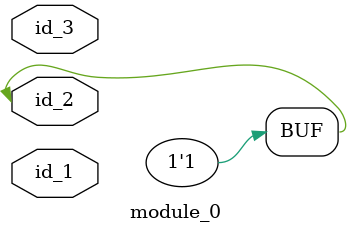
<source format=v>
module module_0 (
    id_1,
    id_2,
    id_3
);
  input id_3;
  inout id_2;
  input id_1;
  assign id_2 = 1 && 1;
endmodule

</source>
